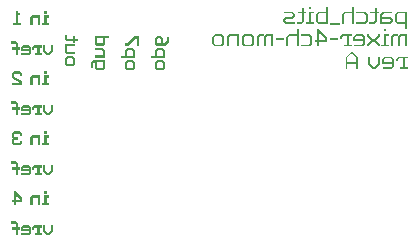
<source format=gbr>
%TF.GenerationSoftware,KiCad,Pcbnew,9.0.3-9.0.3-0~ubuntu22.04.1*%
%TF.CreationDate,2025-07-27T07:15:49-07:00*%
%TF.ProjectId,mixer-main,6d697865-722d-46d6-9169-6e2e6b696361,rev?*%
%TF.SameCoordinates,Original*%
%TF.FileFunction,Legend,Bot*%
%TF.FilePolarity,Positive*%
%FSLAX46Y46*%
G04 Gerber Fmt 4.6, Leading zero omitted, Abs format (unit mm)*
G04 Created by KiCad (PCBNEW 9.0.3-9.0.3-0~ubuntu22.04.1) date 2025-07-27 07:15:49*
%MOMM*%
%LPD*%
G01*
G04 APERTURE LIST*
%ADD10C,0.150000*%
%ADD11C,0.100000*%
G04 APERTURE END LIST*
D10*
G36*
X129076681Y-91098586D02*
G01*
X129076681Y-91598893D01*
X129416081Y-91938000D01*
X129590763Y-91938000D01*
X129930163Y-91598893D01*
X129930163Y-91098586D01*
X129738628Y-91098586D01*
X129738628Y-91519978D01*
X129508478Y-91749981D01*
X129498366Y-91749981D01*
X129268216Y-91519978D01*
X129268216Y-91098586D01*
X129076681Y-91098586D01*
G37*
G36*
X128399053Y-91938000D02*
G01*
X128975857Y-91938000D01*
X128975857Y-91749981D01*
X128807037Y-91749981D01*
X128807037Y-91286604D01*
X128975857Y-91286604D01*
X128975857Y-91098586D01*
X128320945Y-91098586D01*
X128151245Y-91268139D01*
X128151245Y-91444434D01*
X128342780Y-91444434D01*
X128342780Y-91347054D01*
X128404036Y-91286604D01*
X128615501Y-91286604D01*
X128615501Y-91749981D01*
X128399053Y-91749981D01*
X128399053Y-91938000D01*
G37*
G36*
X128050861Y-91266527D02*
G01*
X128050861Y-91768446D01*
X127881161Y-91938000D01*
X127247790Y-91938000D01*
X127247790Y-91749981D01*
X127798876Y-91749981D01*
X127859326Y-91689311D01*
X127859326Y-91605048D01*
X127197379Y-91605048D01*
X127197379Y-91345149D01*
X127388914Y-91345149D01*
X127388914Y-91422159D01*
X127859326Y-91422159D01*
X127859326Y-91345149D01*
X127795505Y-91281475D01*
X127452735Y-91281475D01*
X127388914Y-91345149D01*
X127197379Y-91345149D01*
X127197379Y-91266527D01*
X127367079Y-91098586D01*
X127881161Y-91098586D01*
X128050861Y-91266527D01*
G37*
G36*
X126769026Y-91938000D02*
G01*
X126960561Y-91938000D01*
X126960561Y-91445606D01*
X127129381Y-91445606D01*
X127129381Y-91257588D01*
X126960561Y-91257588D01*
X126960561Y-90930498D01*
X126790861Y-90760944D01*
X126362654Y-90760944D01*
X126362654Y-90948963D01*
X126708502Y-90948963D01*
X126769026Y-91009999D01*
X126769026Y-91257588D01*
X126449409Y-91257588D01*
X126449409Y-91445606D01*
X126769026Y-91445606D01*
X126769026Y-91938000D01*
G37*
G36*
X129076681Y-86018586D02*
G01*
X129076681Y-86518893D01*
X129416081Y-86858000D01*
X129590763Y-86858000D01*
X129930163Y-86518893D01*
X129930163Y-86018586D01*
X129738628Y-86018586D01*
X129738628Y-86439978D01*
X129508478Y-86669981D01*
X129498366Y-86669981D01*
X129268216Y-86439978D01*
X129268216Y-86018586D01*
X129076681Y-86018586D01*
G37*
G36*
X128399053Y-86858000D02*
G01*
X128975857Y-86858000D01*
X128975857Y-86669981D01*
X128807037Y-86669981D01*
X128807037Y-86206604D01*
X128975857Y-86206604D01*
X128975857Y-86018586D01*
X128320945Y-86018586D01*
X128151245Y-86188139D01*
X128151245Y-86364434D01*
X128342780Y-86364434D01*
X128342780Y-86267054D01*
X128404036Y-86206604D01*
X128615501Y-86206604D01*
X128615501Y-86669981D01*
X128399053Y-86669981D01*
X128399053Y-86858000D01*
G37*
G36*
X128050861Y-86186527D02*
G01*
X128050861Y-86688446D01*
X127881161Y-86858000D01*
X127247790Y-86858000D01*
X127247790Y-86669981D01*
X127798876Y-86669981D01*
X127859326Y-86609311D01*
X127859326Y-86525048D01*
X127197379Y-86525048D01*
X127197379Y-86265149D01*
X127388914Y-86265149D01*
X127388914Y-86342159D01*
X127859326Y-86342159D01*
X127859326Y-86265149D01*
X127795505Y-86201475D01*
X127452735Y-86201475D01*
X127388914Y-86265149D01*
X127197379Y-86265149D01*
X127197379Y-86186527D01*
X127367079Y-86018586D01*
X127881161Y-86018586D01*
X128050861Y-86186527D01*
G37*
G36*
X126769026Y-86858000D02*
G01*
X126960561Y-86858000D01*
X126960561Y-86365606D01*
X127129381Y-86365606D01*
X127129381Y-86177588D01*
X126960561Y-86177588D01*
X126960561Y-85850498D01*
X126790861Y-85680944D01*
X126362654Y-85680944D01*
X126362654Y-85868963D01*
X126708502Y-85868963D01*
X126769026Y-85929999D01*
X126769026Y-86177588D01*
X126449409Y-86177588D01*
X126449409Y-86365606D01*
X126769026Y-86365606D01*
X126769026Y-86858000D01*
G37*
G36*
X129076681Y-80938586D02*
G01*
X129076681Y-81438893D01*
X129416081Y-81778000D01*
X129590763Y-81778000D01*
X129930163Y-81438893D01*
X129930163Y-80938586D01*
X129738628Y-80938586D01*
X129738628Y-81359978D01*
X129508478Y-81589981D01*
X129498366Y-81589981D01*
X129268216Y-81359978D01*
X129268216Y-80938586D01*
X129076681Y-80938586D01*
G37*
G36*
X128399053Y-81778000D02*
G01*
X128975857Y-81778000D01*
X128975857Y-81589981D01*
X128807037Y-81589981D01*
X128807037Y-81126604D01*
X128975857Y-81126604D01*
X128975857Y-80938586D01*
X128320945Y-80938586D01*
X128151245Y-81108139D01*
X128151245Y-81284434D01*
X128342780Y-81284434D01*
X128342780Y-81187054D01*
X128404036Y-81126604D01*
X128615501Y-81126604D01*
X128615501Y-81589981D01*
X128399053Y-81589981D01*
X128399053Y-81778000D01*
G37*
G36*
X128050861Y-81106527D02*
G01*
X128050861Y-81608446D01*
X127881161Y-81778000D01*
X127247790Y-81778000D01*
X127247790Y-81589981D01*
X127798876Y-81589981D01*
X127859326Y-81529311D01*
X127859326Y-81445048D01*
X127197379Y-81445048D01*
X127197379Y-81185149D01*
X127388914Y-81185149D01*
X127388914Y-81262159D01*
X127859326Y-81262159D01*
X127859326Y-81185149D01*
X127795505Y-81121475D01*
X127452735Y-81121475D01*
X127388914Y-81185149D01*
X127197379Y-81185149D01*
X127197379Y-81106527D01*
X127367079Y-80938586D01*
X127881161Y-80938586D01*
X128050861Y-81106527D01*
G37*
G36*
X126769026Y-81778000D02*
G01*
X126960561Y-81778000D01*
X126960561Y-81285606D01*
X127129381Y-81285606D01*
X127129381Y-81097588D01*
X126960561Y-81097588D01*
X126960561Y-80770498D01*
X126790861Y-80600944D01*
X126362654Y-80600944D01*
X126362654Y-80788963D01*
X126708502Y-80788963D01*
X126769026Y-80849999D01*
X126769026Y-81097588D01*
X126449409Y-81097588D01*
X126449409Y-81285606D01*
X126769026Y-81285606D01*
X126769026Y-81778000D01*
G37*
G36*
X129076681Y-75858586D02*
G01*
X129076681Y-76358893D01*
X129416081Y-76698000D01*
X129590763Y-76698000D01*
X129930163Y-76358893D01*
X129930163Y-75858586D01*
X129738628Y-75858586D01*
X129738628Y-76279978D01*
X129508478Y-76509981D01*
X129498366Y-76509981D01*
X129268216Y-76279978D01*
X129268216Y-75858586D01*
X129076681Y-75858586D01*
G37*
G36*
X128399053Y-76698000D02*
G01*
X128975857Y-76698000D01*
X128975857Y-76509981D01*
X128807037Y-76509981D01*
X128807037Y-76046604D01*
X128975857Y-76046604D01*
X128975857Y-75858586D01*
X128320945Y-75858586D01*
X128151245Y-76028139D01*
X128151245Y-76204434D01*
X128342780Y-76204434D01*
X128342780Y-76107054D01*
X128404036Y-76046604D01*
X128615501Y-76046604D01*
X128615501Y-76509981D01*
X128399053Y-76509981D01*
X128399053Y-76698000D01*
G37*
G36*
X128050861Y-76026527D02*
G01*
X128050861Y-76528446D01*
X127881161Y-76698000D01*
X127247790Y-76698000D01*
X127247790Y-76509981D01*
X127798876Y-76509981D01*
X127859326Y-76449311D01*
X127859326Y-76365048D01*
X127197379Y-76365048D01*
X127197379Y-76105149D01*
X127388914Y-76105149D01*
X127388914Y-76182159D01*
X127859326Y-76182159D01*
X127859326Y-76105149D01*
X127795505Y-76041475D01*
X127452735Y-76041475D01*
X127388914Y-76105149D01*
X127197379Y-76105149D01*
X127197379Y-76026527D01*
X127367079Y-75858586D01*
X127881161Y-75858586D01*
X128050861Y-76026527D01*
G37*
G36*
X126769026Y-76698000D02*
G01*
X126960561Y-76698000D01*
X126960561Y-76205606D01*
X127129381Y-76205606D01*
X127129381Y-76017588D01*
X126960561Y-76017588D01*
X126960561Y-75690498D01*
X126790861Y-75520944D01*
X126362654Y-75520944D01*
X126362654Y-75708963D01*
X126708502Y-75708963D01*
X126769026Y-75769999D01*
X126769026Y-76017588D01*
X126449409Y-76017588D01*
X126449409Y-76205606D01*
X126769026Y-76205606D01*
X126769026Y-76698000D01*
G37*
G36*
X128992271Y-89398000D02*
G01*
X129587832Y-89398000D01*
X129587832Y-89209981D01*
X129386185Y-89209981D01*
X129386185Y-88746604D01*
X129587832Y-88746604D01*
X129587832Y-88558586D01*
X129194650Y-88558586D01*
X129194650Y-89209981D01*
X128992271Y-89209981D01*
X128992271Y-89398000D01*
G37*
G36*
X129194650Y-88408963D02*
G01*
X129386185Y-88408963D01*
X129386185Y-88220944D01*
X129194650Y-88220944D01*
X129194650Y-88408963D01*
G37*
G36*
X128007483Y-89398000D02*
G01*
X128199019Y-89398000D01*
X128199019Y-88807054D01*
X128259469Y-88746604D01*
X128669430Y-88746604D01*
X128669430Y-89398000D01*
X128860966Y-89398000D01*
X128860966Y-88558586D01*
X128177183Y-88558586D01*
X128007483Y-88728139D01*
X128007483Y-89398000D01*
G37*
G36*
X127320477Y-88750561D02*
G01*
X127320477Y-89107253D01*
X126794525Y-89107253D01*
X126794525Y-89398000D01*
X126602989Y-89398000D01*
X126602989Y-89107253D01*
X126466995Y-89107253D01*
X126466995Y-88919235D01*
X126602989Y-88919235D01*
X126794525Y-88919235D01*
X127128942Y-88919235D01*
X127128942Y-88829842D01*
X126794525Y-88492494D01*
X126794525Y-88919235D01*
X126602989Y-88919235D01*
X126602989Y-88220944D01*
X126794525Y-88220944D01*
X127320477Y-88750561D01*
G37*
G36*
X128992271Y-84318000D02*
G01*
X129587832Y-84318000D01*
X129587832Y-84129981D01*
X129386185Y-84129981D01*
X129386185Y-83666604D01*
X129587832Y-83666604D01*
X129587832Y-83478586D01*
X129194650Y-83478586D01*
X129194650Y-84129981D01*
X128992271Y-84129981D01*
X128992271Y-84318000D01*
G37*
G36*
X129194650Y-83328963D02*
G01*
X129386185Y-83328963D01*
X129386185Y-83140944D01*
X129194650Y-83140944D01*
X129194650Y-83328963D01*
G37*
G36*
X128007483Y-84318000D02*
G01*
X128199019Y-84318000D01*
X128199019Y-83727054D01*
X128259469Y-83666604D01*
X128669430Y-83666604D01*
X128669430Y-84318000D01*
X128860966Y-84318000D01*
X128860966Y-83478586D01*
X128177183Y-83478586D01*
X128007483Y-83648139D01*
X128007483Y-84318000D01*
G37*
G36*
X126636695Y-84318000D02*
G01*
X127150777Y-84318000D01*
X127320477Y-84148446D01*
X127320477Y-83964458D01*
X127128942Y-83964458D01*
X127128942Y-84069824D01*
X127068492Y-84129981D01*
X126718980Y-84129981D01*
X126658530Y-84069824D01*
X126658530Y-83885836D01*
X126718980Y-83825606D01*
X126984448Y-83825606D01*
X126984448Y-83637588D01*
X126718980Y-83637588D01*
X126658530Y-83576551D01*
X126658530Y-83389999D01*
X126718980Y-83328963D01*
X127068492Y-83328963D01*
X127128942Y-83389999D01*
X127128942Y-83496831D01*
X127320477Y-83496831D01*
X127320477Y-83310498D01*
X127150777Y-83140944D01*
X126636695Y-83140944D01*
X126466995Y-83310498D01*
X126466995Y-83646014D01*
X126552651Y-83731597D01*
X126466995Y-83817180D01*
X126466995Y-84148446D01*
X126636695Y-84318000D01*
G37*
G36*
X128992271Y-79238000D02*
G01*
X129587832Y-79238000D01*
X129587832Y-79049981D01*
X129386185Y-79049981D01*
X129386185Y-78586604D01*
X129587832Y-78586604D01*
X129587832Y-78398586D01*
X129194650Y-78398586D01*
X129194650Y-79049981D01*
X128992271Y-79049981D01*
X128992271Y-79238000D01*
G37*
G36*
X129194650Y-78248963D02*
G01*
X129386185Y-78248963D01*
X129386185Y-78060944D01*
X129194650Y-78060944D01*
X129194650Y-78248963D01*
G37*
G36*
X128007483Y-79238000D02*
G01*
X128199019Y-79238000D01*
X128199019Y-78647054D01*
X128259469Y-78586604D01*
X128669430Y-78586604D01*
X128669430Y-79238000D01*
X128860966Y-79238000D01*
X128860966Y-78398586D01*
X128177183Y-78398586D01*
X128007483Y-78568139D01*
X128007483Y-79238000D01*
G37*
G36*
X126466995Y-79238000D02*
G01*
X127320477Y-79238000D01*
X127320477Y-78895156D01*
X126658530Y-78513111D01*
X126658530Y-78309559D01*
X126718980Y-78248963D01*
X127068492Y-78248963D01*
X127128942Y-78309559D01*
X127128942Y-78415512D01*
X127320477Y-78415512D01*
X127320477Y-78230498D01*
X127150777Y-78060944D01*
X126636695Y-78060944D01*
X126466995Y-78230498D01*
X126466995Y-78615766D01*
X127128942Y-78997811D01*
X127128942Y-79049981D01*
X126466995Y-79049981D01*
X126466995Y-79238000D01*
G37*
G36*
X131786413Y-76927417D02*
G01*
X131786413Y-77441499D01*
X131616860Y-77611199D01*
X131116553Y-77611199D01*
X130947000Y-77441499D01*
X130947000Y-77009702D01*
X131135018Y-77009702D01*
X131135018Y-77359214D01*
X131195468Y-77419664D01*
X131537945Y-77419664D01*
X131598395Y-77359214D01*
X131598395Y-77009702D01*
X131537945Y-76949252D01*
X131195468Y-76949252D01*
X131135018Y-77009702D01*
X130947000Y-77009702D01*
X130947000Y-76927417D01*
X131116553Y-76757717D01*
X131616860Y-76757717D01*
X131786413Y-76927417D01*
G37*
G36*
X130947000Y-75744793D02*
G01*
X130947000Y-76428575D01*
X131116553Y-76598275D01*
X131786413Y-76598275D01*
X131786413Y-76406740D01*
X131195468Y-76406740D01*
X131135018Y-76346290D01*
X131135018Y-75936328D01*
X131786413Y-75936328D01*
X131786413Y-75744793D01*
X130947000Y-75744793D01*
G37*
G36*
X130947000Y-74962825D02*
G01*
X130947000Y-75306621D01*
X131116553Y-75476321D01*
X131598395Y-75476321D01*
X131598395Y-75645142D01*
X131786413Y-75645142D01*
X131786413Y-75476321D01*
X132046678Y-75476321D01*
X132046678Y-75284786D01*
X131786413Y-75284786D01*
X131786413Y-75049580D01*
X131598395Y-75049580D01*
X131598395Y-75284786D01*
X131195468Y-75284786D01*
X131135018Y-75224336D01*
X131135018Y-74962825D01*
X130947000Y-74962825D01*
G37*
G36*
X134326413Y-77765145D02*
G01*
X134156860Y-77934772D01*
X133656553Y-77934772D01*
X133487000Y-77765145D01*
X133487000Y-77682787D01*
X133675018Y-77682787D01*
X133735468Y-77743237D01*
X134077945Y-77743237D01*
X134138395Y-77682787D01*
X134138395Y-77272825D01*
X133675018Y-77272825D01*
X133675018Y-77682787D01*
X133487000Y-77682787D01*
X133487000Y-77272825D01*
X133398559Y-77272825D01*
X133337376Y-77333275D01*
X133337376Y-77765145D01*
X133149358Y-77765145D01*
X133149358Y-77250990D01*
X133318912Y-77081290D01*
X134326413Y-77081290D01*
X134326413Y-77765145D01*
G37*
G36*
X133487000Y-76044919D02*
G01*
X133487000Y-76236454D01*
X134077945Y-76236454D01*
X134138395Y-76296904D01*
X134138395Y-76706866D01*
X133487000Y-76706866D01*
X133487000Y-76898401D01*
X134326413Y-76898401D01*
X134326413Y-76214619D01*
X134156860Y-76044919D01*
X133487000Y-76044919D01*
G37*
G36*
X134664055Y-75222358D02*
G01*
X134326413Y-75222358D01*
X134326413Y-75714605D01*
X134156860Y-75884305D01*
X133656553Y-75884305D01*
X133487000Y-75714605D01*
X133487000Y-75632319D01*
X133675018Y-75632319D01*
X133735468Y-75692769D01*
X134077945Y-75692769D01*
X134138395Y-75632319D01*
X134138395Y-75222358D01*
X133675018Y-75222358D01*
X133675018Y-75632319D01*
X133487000Y-75632319D01*
X133487000Y-75030822D01*
X134664055Y-75030822D01*
X134664055Y-75222358D01*
G37*
D11*
G36*
X159328304Y-77850000D02*
G01*
X159978967Y-77850000D01*
X159978967Y-77686326D01*
X159767941Y-77686326D01*
X159767941Y-76964405D01*
X159978967Y-76964405D01*
X159978967Y-76800732D01*
X159176995Y-76800732D01*
X158964870Y-77012674D01*
X158964870Y-77199428D01*
X159132848Y-77199428D01*
X159132848Y-77081917D01*
X159250543Y-76964405D01*
X159599963Y-76964405D01*
X159599963Y-77686326D01*
X159328304Y-77686326D01*
X159328304Y-77850000D01*
G37*
G36*
X158838841Y-77012216D02*
G01*
X158838841Y-77637600D01*
X158626808Y-77850000D01*
X157852588Y-77850000D01*
X157852588Y-77686326D01*
X158553352Y-77686326D01*
X158670863Y-77567624D01*
X158670863Y-77404501D01*
X157789574Y-77404501D01*
X157789574Y-77080818D01*
X157957552Y-77080818D01*
X157957552Y-77240827D01*
X158670863Y-77240827D01*
X158670863Y-77080818D01*
X158553352Y-76964405D01*
X158075063Y-76964405D01*
X157957552Y-77080818D01*
X157789574Y-77080818D01*
X157789574Y-77012216D01*
X158001607Y-76800732D01*
X158626808Y-76800732D01*
X158838841Y-77012216D01*
G37*
G36*
X156583503Y-76800732D02*
G01*
X156583503Y-77426116D01*
X157007478Y-77850000D01*
X157208795Y-77850000D01*
X157632770Y-77426116D01*
X157632770Y-76800732D01*
X157464792Y-76800732D01*
X157464792Y-77356873D01*
X157135430Y-77686326D01*
X157080842Y-77686326D01*
X156751481Y-77356873D01*
X156751481Y-76800732D01*
X156583503Y-76800732D01*
G37*
G36*
X155745261Y-76803846D02*
G01*
X155745261Y-77850000D01*
X155577283Y-77850000D01*
X155577283Y-77404043D01*
X154863972Y-77404043D01*
X154863972Y-77850000D01*
X154695994Y-77850000D01*
X154695994Y-76873456D01*
X154863972Y-76873456D01*
X154863972Y-77240369D01*
X155577283Y-77240369D01*
X155577283Y-76873456D01*
X155247922Y-76542354D01*
X155193333Y-76542354D01*
X154863972Y-76873456D01*
X154695994Y-76873456D01*
X154695994Y-76803846D01*
X155119969Y-76378681D01*
X155321286Y-76378681D01*
X155745261Y-76803846D01*
G37*
G36*
X159119293Y-75945000D02*
G01*
X159287271Y-75945000D01*
X159287271Y-75176917D01*
X159405057Y-75059405D01*
X159728923Y-75059405D01*
X159728923Y-75945000D01*
X159896901Y-75945000D01*
X159896901Y-74895732D01*
X159331418Y-74895732D01*
X159119293Y-75107674D01*
X159119293Y-75945000D01*
G37*
G36*
X158509663Y-75945000D02*
G01*
X158677641Y-75945000D01*
X158677641Y-75176917D01*
X158795427Y-75059405D01*
X159119293Y-75059405D01*
X159119293Y-74895732D01*
X158721788Y-74895732D01*
X158509663Y-75107674D01*
X158509663Y-75945000D01*
G37*
G36*
X157688457Y-75945000D02*
G01*
X158362568Y-75945000D01*
X158362568Y-75781326D01*
X158110509Y-75781326D01*
X158110509Y-75059405D01*
X158362568Y-75059405D01*
X158362568Y-74895732D01*
X157942531Y-74895732D01*
X157942531Y-75781326D01*
X157688457Y-75781326D01*
X157688457Y-75945000D01*
G37*
G36*
X157942531Y-74643674D02*
G01*
X158110509Y-74643674D01*
X158110509Y-74473681D01*
X157942531Y-74473681D01*
X157942531Y-74643674D01*
G37*
G36*
X156535143Y-75745881D02*
G01*
X156535143Y-75945000D01*
X156703121Y-75945000D01*
X156703121Y-75815765D01*
X156998960Y-75517086D01*
X157120593Y-75517086D01*
X157416432Y-75815765D01*
X157416432Y-75945000D01*
X157584410Y-75945000D01*
X157584410Y-75745881D01*
X157256972Y-75417435D01*
X157584410Y-75092103D01*
X157584410Y-74895732D01*
X157416432Y-74895732D01*
X157416432Y-75023227D01*
X157120593Y-75317784D01*
X156998960Y-75317784D01*
X156703121Y-75019014D01*
X156703121Y-74895732D01*
X156535143Y-74895732D01*
X156535143Y-75092103D01*
X156862581Y-75417435D01*
X156535143Y-75745881D01*
G37*
G36*
X156379804Y-75107216D02*
G01*
X156379804Y-75732600D01*
X156167771Y-75945000D01*
X155393551Y-75945000D01*
X155393551Y-75781326D01*
X156094315Y-75781326D01*
X156211826Y-75662624D01*
X156211826Y-75499501D01*
X155330537Y-75499501D01*
X155330537Y-75175818D01*
X155498515Y-75175818D01*
X155498515Y-75335827D01*
X156211826Y-75335827D01*
X156211826Y-75175818D01*
X156094315Y-75059405D01*
X155616026Y-75059405D01*
X155498515Y-75175818D01*
X155330537Y-75175818D01*
X155330537Y-75107216D01*
X155542570Y-74895732D01*
X156167771Y-74895732D01*
X156379804Y-75107216D01*
G37*
G36*
X154564103Y-75945000D02*
G01*
X155214766Y-75945000D01*
X155214766Y-75781326D01*
X155003740Y-75781326D01*
X155003740Y-75059405D01*
X155214766Y-75059405D01*
X155214766Y-74895732D01*
X154412794Y-74895732D01*
X154200669Y-75107674D01*
X154200669Y-75294428D01*
X154368647Y-75294428D01*
X154368647Y-75176917D01*
X154486342Y-75059405D01*
X154835762Y-75059405D01*
X154835762Y-75781326D01*
X154564103Y-75781326D01*
X154564103Y-75945000D01*
G37*
G36*
X153406392Y-75399849D02*
G01*
X154033607Y-75399849D01*
X154033607Y-75236176D01*
X153406392Y-75236176D01*
X153406392Y-75399849D01*
G37*
G36*
X153142609Y-75190472D02*
G01*
X153142609Y-75545937D01*
X152427466Y-75545937D01*
X152427466Y-75945000D01*
X152259488Y-75945000D01*
X152259488Y-75545937D01*
X152093342Y-75545937D01*
X152093342Y-75382264D01*
X152259488Y-75382264D01*
X152427466Y-75382264D01*
X152974631Y-75382264D01*
X152974631Y-75259990D01*
X152427466Y-74711909D01*
X152427466Y-75382264D01*
X152259488Y-75382264D01*
X152259488Y-74473681D01*
X152427466Y-74473681D01*
X153142609Y-75190472D01*
G37*
G36*
X150926838Y-75945000D02*
G01*
X151658559Y-75945000D01*
X151870593Y-75733058D01*
X151870593Y-75107674D01*
X151658559Y-74895732D01*
X150926838Y-74895732D01*
X150926838Y-75059405D01*
X151585195Y-75059405D01*
X151702615Y-75176917D01*
X151702615Y-75663815D01*
X151585195Y-75781326D01*
X150926838Y-75781326D01*
X150926838Y-75945000D01*
G37*
G36*
X149689993Y-75945000D02*
G01*
X149857971Y-75945000D01*
X149857971Y-75176917D01*
X149975482Y-75059405D01*
X150571282Y-75059405D01*
X150571282Y-75945000D01*
X150739260Y-75945000D01*
X150739260Y-74473681D01*
X150571282Y-74473681D01*
X150571282Y-74895732D01*
X149902026Y-74895732D01*
X149689993Y-75107674D01*
X149689993Y-75945000D01*
G37*
G36*
X148819511Y-75399849D02*
G01*
X149446727Y-75399849D01*
X149446727Y-75236176D01*
X148819511Y-75236176D01*
X148819511Y-75399849D01*
G37*
G36*
X147778121Y-75945000D02*
G01*
X147946099Y-75945000D01*
X147946099Y-75176917D01*
X148063885Y-75059405D01*
X148387751Y-75059405D01*
X148387751Y-75945000D01*
X148555729Y-75945000D01*
X148555729Y-74895732D01*
X147990245Y-74895732D01*
X147778121Y-75107674D01*
X147778121Y-75945000D01*
G37*
G36*
X147168490Y-75945000D02*
G01*
X147336468Y-75945000D01*
X147336468Y-75176917D01*
X147454255Y-75059405D01*
X147778121Y-75059405D01*
X147778121Y-74895732D01*
X147380615Y-74895732D01*
X147168490Y-75107674D01*
X147168490Y-75945000D01*
G37*
G36*
X146968639Y-75107674D02*
G01*
X146968639Y-75733058D01*
X146756605Y-75945000D01*
X146131405Y-75945000D01*
X145919371Y-75733058D01*
X145919371Y-75176917D01*
X146087349Y-75176917D01*
X146087349Y-75663815D01*
X146204861Y-75781326D01*
X146683149Y-75781326D01*
X146800661Y-75663815D01*
X146800661Y-75176917D01*
X146683149Y-75059405D01*
X146204861Y-75059405D01*
X146087349Y-75176917D01*
X145919371Y-75176917D01*
X145919371Y-75107674D01*
X146131405Y-74895732D01*
X146756605Y-74895732D01*
X146968639Y-75107674D01*
G37*
G36*
X144651751Y-75945000D02*
G01*
X144819729Y-75945000D01*
X144819729Y-75176917D01*
X144937240Y-75059405D01*
X145533040Y-75059405D01*
X145533040Y-75945000D01*
X145701018Y-75945000D01*
X145701018Y-74895732D01*
X144863784Y-74895732D01*
X144651751Y-75107674D01*
X144651751Y-75945000D01*
G37*
G36*
X144449518Y-75107674D02*
G01*
X144449518Y-75733058D01*
X144237485Y-75945000D01*
X143612284Y-75945000D01*
X143400251Y-75733058D01*
X143400251Y-75176917D01*
X143568229Y-75176917D01*
X143568229Y-75663815D01*
X143685740Y-75781326D01*
X144164029Y-75781326D01*
X144281540Y-75663815D01*
X144281540Y-75176917D01*
X144164029Y-75059405D01*
X143685740Y-75059405D01*
X143568229Y-75176917D01*
X143400251Y-75176917D01*
X143400251Y-75107674D01*
X143612284Y-74895732D01*
X144237485Y-74895732D01*
X144449518Y-75107674D01*
G37*
G36*
X159896901Y-74462051D02*
G01*
X159728923Y-74462051D01*
X159728923Y-74040000D01*
X159059667Y-74040000D01*
X158847634Y-73828058D01*
X158847634Y-73271917D01*
X159015612Y-73271917D01*
X159015612Y-73758815D01*
X159133123Y-73876326D01*
X159728923Y-73876326D01*
X159728923Y-73154405D01*
X159133123Y-73154405D01*
X159015612Y-73271917D01*
X158847634Y-73271917D01*
X158847634Y-73202674D01*
X159059667Y-72990732D01*
X159896901Y-72990732D01*
X159896901Y-74462051D01*
G37*
G36*
X158623419Y-73154405D02*
G01*
X157922656Y-73154405D01*
X157805144Y-73272558D01*
X157805144Y-73424508D01*
X158474400Y-73424508D01*
X158686434Y-73636174D01*
X158686434Y-73828333D01*
X158474400Y-74040000D01*
X157637166Y-74040000D01*
X157637166Y-73876326D01*
X157805144Y-73876326D01*
X158400944Y-73876326D01*
X158518456Y-73759364D01*
X158518456Y-73705143D01*
X158400944Y-73588181D01*
X157805144Y-73588181D01*
X157805144Y-73876326D01*
X157637166Y-73876326D01*
X157637166Y-73202949D01*
X157849200Y-72990732D01*
X158623419Y-72990732D01*
X158623419Y-73154405D01*
G37*
G36*
X156697808Y-74040000D02*
G01*
X157110151Y-74040000D01*
X157322093Y-73828058D01*
X157322093Y-73154405D01*
X157533119Y-73154405D01*
X157533119Y-72990732D01*
X157322093Y-72990732D01*
X157322093Y-72665401D01*
X157154115Y-72665401D01*
X157154115Y-72990732D01*
X156806252Y-72990732D01*
X156806252Y-73154405D01*
X157154115Y-73154405D01*
X157154115Y-73758815D01*
X157036787Y-73876326D01*
X156697808Y-73876326D01*
X156697808Y-74040000D01*
G37*
G36*
X155617766Y-74040000D02*
G01*
X156349487Y-74040000D01*
X156561521Y-73828058D01*
X156561521Y-73202674D01*
X156349487Y-72990732D01*
X155617766Y-72990732D01*
X155617766Y-73154405D01*
X156276123Y-73154405D01*
X156393543Y-73271917D01*
X156393543Y-73758815D01*
X156276123Y-73876326D01*
X155617766Y-73876326D01*
X155617766Y-74040000D01*
G37*
G36*
X154380921Y-74040000D02*
G01*
X154548899Y-74040000D01*
X154548899Y-73271917D01*
X154666410Y-73154405D01*
X155262210Y-73154405D01*
X155262210Y-74040000D01*
X155430188Y-74040000D01*
X155430188Y-72568681D01*
X155262210Y-72568681D01*
X155262210Y-72990732D01*
X154592954Y-72990732D01*
X154380921Y-73202674D01*
X154380921Y-74040000D01*
G37*
G36*
X153369755Y-74122065D02*
G01*
X154272477Y-74122065D01*
X154272477Y-73958392D01*
X153369755Y-73958392D01*
X153369755Y-74122065D01*
G37*
G36*
X153246657Y-74040000D02*
G01*
X152409423Y-74040000D01*
X152197390Y-73828058D01*
X152197390Y-73271917D01*
X152365368Y-73271917D01*
X152365368Y-73758815D01*
X152482879Y-73876326D01*
X153078679Y-73876326D01*
X153078679Y-73154405D01*
X152482879Y-73154405D01*
X152365368Y-73271917D01*
X152197390Y-73271917D01*
X152197390Y-73202674D01*
X152409423Y-72990732D01*
X153078679Y-72990732D01*
X153078679Y-72568681D01*
X153246657Y-72568681D01*
X153246657Y-74040000D01*
G37*
G36*
X151385526Y-74040000D02*
G01*
X152059637Y-74040000D01*
X152059637Y-73876326D01*
X151807578Y-73876326D01*
X151807578Y-73154405D01*
X152059637Y-73154405D01*
X152059637Y-72990732D01*
X151639600Y-72990732D01*
X151639600Y-73876326D01*
X151385526Y-73876326D01*
X151385526Y-74040000D01*
G37*
G36*
X151639600Y-72738674D02*
G01*
X151807578Y-72738674D01*
X151807578Y-72568681D01*
X151639600Y-72568681D01*
X151639600Y-72738674D01*
G37*
G36*
X150551681Y-74040000D02*
G01*
X150964024Y-74040000D01*
X151175966Y-73828058D01*
X151175966Y-73154405D01*
X151386992Y-73154405D01*
X151386992Y-72990732D01*
X151175966Y-72990732D01*
X151175966Y-72665401D01*
X151007988Y-72665401D01*
X151007988Y-72990732D01*
X150660125Y-72990732D01*
X150660125Y-73154405D01*
X151007988Y-73154405D01*
X151007988Y-73758815D01*
X150890660Y-73876326D01*
X150551681Y-73876326D01*
X150551681Y-74040000D01*
G37*
G36*
X149638793Y-74040000D02*
G01*
X150423729Y-74040000D01*
X150423729Y-73876326D01*
X149712249Y-73876326D01*
X149594738Y-73757624D01*
X149594738Y-73713203D01*
X149712249Y-73594501D01*
X150232670Y-73594501D01*
X150444703Y-73383017D01*
X150444703Y-73202216D01*
X150232670Y-72990732D01*
X149468800Y-72990732D01*
X149468800Y-73154405D01*
X150159214Y-73154405D01*
X150276725Y-73270818D01*
X150276725Y-73314415D01*
X150159214Y-73430827D01*
X149638793Y-73430827D01*
X149426760Y-73643227D01*
X149426760Y-73827600D01*
X149638793Y-74040000D01*
G37*
D10*
G36*
X136866413Y-77258024D02*
G01*
X136866413Y-77772106D01*
X136696860Y-77941806D01*
X136196553Y-77941806D01*
X136027000Y-77772106D01*
X136027000Y-77340309D01*
X136215018Y-77340309D01*
X136215018Y-77689821D01*
X136275468Y-77750271D01*
X136617945Y-77750271D01*
X136678395Y-77689821D01*
X136678395Y-77340309D01*
X136617945Y-77279859D01*
X136275468Y-77279859D01*
X136215018Y-77340309D01*
X136027000Y-77340309D01*
X136027000Y-77258024D01*
X136196553Y-77088324D01*
X136696860Y-77088324D01*
X136866413Y-77258024D01*
G37*
G36*
X136866413Y-76231031D02*
G01*
X136866413Y-76914814D01*
X135689358Y-76914814D01*
X135689358Y-76723279D01*
X136027000Y-76723279D01*
X136027000Y-76313317D01*
X136215018Y-76313317D01*
X136215018Y-76723279D01*
X136678395Y-76723279D01*
X136678395Y-76313317D01*
X136617945Y-76252867D01*
X136275468Y-76252867D01*
X136215018Y-76313317D01*
X136027000Y-76313317D01*
X136027000Y-76231031D01*
X136196553Y-76061332D01*
X136696860Y-76061332D01*
X136866413Y-76231031D01*
G37*
G36*
X136027000Y-75693941D02*
G01*
X136027000Y-75885477D01*
X136277593Y-75885477D01*
X136935290Y-75228952D01*
X137016036Y-75228952D01*
X137016036Y-75885477D01*
X137204055Y-75885477D01*
X137204055Y-75031995D01*
X136862969Y-75031995D01*
X136200217Y-75693941D01*
X136027000Y-75693941D01*
G37*
G36*
X139406413Y-77258024D02*
G01*
X139406413Y-77772106D01*
X139236860Y-77941806D01*
X138736553Y-77941806D01*
X138567000Y-77772106D01*
X138567000Y-77340309D01*
X138755018Y-77340309D01*
X138755018Y-77689821D01*
X138815468Y-77750271D01*
X139157945Y-77750271D01*
X139218395Y-77689821D01*
X139218395Y-77340309D01*
X139157945Y-77279859D01*
X138815468Y-77279859D01*
X138755018Y-77340309D01*
X138567000Y-77340309D01*
X138567000Y-77258024D01*
X138736553Y-77088324D01*
X139236860Y-77088324D01*
X139406413Y-77258024D01*
G37*
G36*
X139406413Y-76231031D02*
G01*
X139406413Y-76914814D01*
X138229358Y-76914814D01*
X138229358Y-76723279D01*
X138567000Y-76723279D01*
X138567000Y-76313317D01*
X138755018Y-76313317D01*
X138755018Y-76723279D01*
X139218395Y-76723279D01*
X139218395Y-76313317D01*
X139157945Y-76252867D01*
X138815468Y-76252867D01*
X138755018Y-76313317D01*
X138567000Y-76313317D01*
X138567000Y-76231031D01*
X138736553Y-76061332D01*
X139236860Y-76061332D01*
X139406413Y-76231031D01*
G37*
G36*
X139265729Y-75201694D02*
G01*
X139265729Y-75693941D01*
X139337903Y-75693941D01*
X139556036Y-75475515D01*
X139556036Y-75109297D01*
X139744055Y-75109297D01*
X139744055Y-75557874D01*
X139416745Y-75885477D01*
X138736553Y-75885477D01*
X138567000Y-75715777D01*
X138567000Y-75283980D01*
X138755018Y-75283980D01*
X138755018Y-75633491D01*
X138815834Y-75693941D01*
X139077711Y-75693941D01*
X139077711Y-75283980D01*
X139016895Y-75223530D01*
X138815834Y-75223530D01*
X138755018Y-75283980D01*
X138567000Y-75283980D01*
X138567000Y-75201694D01*
X138736553Y-75031995D01*
X139096176Y-75031995D01*
X139265729Y-75201694D01*
G37*
G36*
X128992271Y-74158000D02*
G01*
X129587832Y-74158000D01*
X129587832Y-73969981D01*
X129386185Y-73969981D01*
X129386185Y-73506604D01*
X129587832Y-73506604D01*
X129587832Y-73318586D01*
X129194650Y-73318586D01*
X129194650Y-73969981D01*
X128992271Y-73969981D01*
X128992271Y-74158000D01*
G37*
G36*
X129194650Y-73168963D02*
G01*
X129386185Y-73168963D01*
X129386185Y-72980944D01*
X129194650Y-72980944D01*
X129194650Y-73168963D01*
G37*
G36*
X128007483Y-74158000D02*
G01*
X128199019Y-74158000D01*
X128199019Y-73567054D01*
X128259469Y-73506604D01*
X128669430Y-73506604D01*
X128669430Y-74158000D01*
X128860966Y-74158000D01*
X128860966Y-73318586D01*
X128177183Y-73318586D01*
X128007483Y-73488139D01*
X128007483Y-74158000D01*
G37*
G36*
X126551405Y-74158000D02*
G01*
X127231377Y-74158000D01*
X127231377Y-73969981D01*
X126987525Y-73969981D01*
X126987525Y-73290449D01*
X127172539Y-73290449D01*
X127172539Y-73102431D01*
X126987525Y-73102431D01*
X126987525Y-72980944D01*
X126795990Y-72980944D01*
X126795990Y-73969981D01*
X126551405Y-73969981D01*
X126551405Y-74158000D01*
G37*
%LPC*%
G36*
X141696513Y-90406998D02*
G01*
X141706742Y-90406998D01*
X141746714Y-90414949D01*
X141847268Y-90430875D01*
X141879613Y-90441384D01*
X141906315Y-90446696D01*
X141943992Y-90462302D01*
X142002147Y-90481198D01*
X142056626Y-90508957D01*
X142094310Y-90524566D01*
X142116950Y-90539694D01*
X142147253Y-90555134D01*
X142229629Y-90614983D01*
X142263500Y-90637615D01*
X142270728Y-90644843D01*
X142278996Y-90650850D01*
X142394149Y-90766003D01*
X142400155Y-90774270D01*
X142407385Y-90781500D01*
X142430019Y-90815374D01*
X142489865Y-90897746D01*
X142505303Y-90928046D01*
X142520434Y-90950690D01*
X142536045Y-90988378D01*
X142563801Y-91042852D01*
X142582694Y-91100999D01*
X142598304Y-91138685D01*
X142603616Y-91165391D01*
X142614124Y-91197731D01*
X142630049Y-91298277D01*
X142638002Y-91338258D01*
X142638002Y-91348487D01*
X142639600Y-91358577D01*
X142639600Y-91521422D01*
X142638002Y-91531511D01*
X142638002Y-91541742D01*
X142630048Y-91581725D01*
X142614124Y-91682268D01*
X142603616Y-91714605D01*
X142598304Y-91741315D01*
X142582692Y-91779004D01*
X142563801Y-91837147D01*
X142536047Y-91891616D01*
X142520434Y-91929310D01*
X142505301Y-91951957D01*
X142489865Y-91982253D01*
X142430027Y-92064612D01*
X142407385Y-92098500D01*
X142400153Y-92105731D01*
X142394149Y-92113996D01*
X142278996Y-92229149D01*
X142270731Y-92235153D01*
X142263500Y-92242385D01*
X142229612Y-92265027D01*
X142147253Y-92324865D01*
X142116957Y-92340301D01*
X142094310Y-92355434D01*
X142056616Y-92371047D01*
X142002147Y-92398801D01*
X141944004Y-92417692D01*
X141906315Y-92433304D01*
X141879605Y-92438616D01*
X141847268Y-92449124D01*
X141746723Y-92465049D01*
X141706742Y-92473002D01*
X141696512Y-92473002D01*
X141686423Y-92474600D01*
X141523577Y-92474600D01*
X141513488Y-92473002D01*
X141503258Y-92473002D01*
X141463277Y-92465049D01*
X141362731Y-92449124D01*
X141330391Y-92438616D01*
X141303685Y-92433304D01*
X141265999Y-92417694D01*
X141207852Y-92398801D01*
X141153378Y-92371045D01*
X141115690Y-92355434D01*
X141093046Y-92340303D01*
X141062746Y-92324865D01*
X140980374Y-92265019D01*
X140946500Y-92242385D01*
X140939270Y-92235155D01*
X140931003Y-92229149D01*
X140815850Y-92113996D01*
X140809843Y-92105728D01*
X140802615Y-92098500D01*
X140779983Y-92064629D01*
X140720134Y-91982253D01*
X140704694Y-91951950D01*
X140689566Y-91929310D01*
X140673957Y-91891626D01*
X140646198Y-91837147D01*
X140627302Y-91778992D01*
X140611696Y-91741315D01*
X140606384Y-91714613D01*
X140595875Y-91682268D01*
X140579949Y-91581716D01*
X140571998Y-91541742D01*
X140571998Y-91531511D01*
X140570400Y-91521422D01*
X140570400Y-91358577D01*
X140571998Y-91348487D01*
X140571998Y-91338258D01*
X140579948Y-91298287D01*
X140595875Y-91197731D01*
X140606385Y-91165383D01*
X140611696Y-91138685D01*
X140627301Y-91101010D01*
X140646198Y-91042852D01*
X140673959Y-90988368D01*
X140689566Y-90950690D01*
X140704691Y-90928052D01*
X140720134Y-90897746D01*
X140779991Y-90815357D01*
X140802615Y-90781500D01*
X140809840Y-90774274D01*
X140815850Y-90766003D01*
X140931003Y-90650850D01*
X140939274Y-90644840D01*
X140946500Y-90637615D01*
X140980357Y-90614991D01*
X141062746Y-90555134D01*
X141093052Y-90539691D01*
X141115690Y-90524566D01*
X141153368Y-90508959D01*
X141207852Y-90481198D01*
X141266010Y-90462301D01*
X141303685Y-90446696D01*
X141330383Y-90441385D01*
X141362731Y-90430875D01*
X141463287Y-90414948D01*
X141503258Y-90406998D01*
X141513487Y-90406998D01*
X141523577Y-90405400D01*
X141686423Y-90405400D01*
X141696513Y-90406998D01*
G37*
G36*
X125225773Y-90590237D02*
G01*
X125386600Y-90656854D01*
X125531341Y-90753567D01*
X125654433Y-90876659D01*
X125751146Y-91021400D01*
X125817763Y-91182227D01*
X125851724Y-91352961D01*
X125851724Y-91527039D01*
X125817763Y-91697773D01*
X125751146Y-91858600D01*
X125654433Y-92003341D01*
X125531341Y-92126433D01*
X125386600Y-92223146D01*
X125225773Y-92289763D01*
X125055039Y-92323724D01*
X124880961Y-92323724D01*
X124710227Y-92289763D01*
X124549400Y-92223146D01*
X124404659Y-92126433D01*
X124281567Y-92003341D01*
X124184854Y-91858600D01*
X124118237Y-91697773D01*
X124084276Y-91527039D01*
X124084276Y-91352961D01*
X124118237Y-91182227D01*
X124184854Y-91021400D01*
X124281567Y-90876659D01*
X124404659Y-90753567D01*
X124549400Y-90656854D01*
X124710227Y-90590237D01*
X124880961Y-90556276D01*
X125055039Y-90556276D01*
X125225773Y-90590237D01*
G37*
G36*
X153888513Y-88120998D02*
G01*
X153898742Y-88120998D01*
X153938714Y-88128949D01*
X154039268Y-88144875D01*
X154071613Y-88155384D01*
X154098315Y-88160696D01*
X154135992Y-88176302D01*
X154194147Y-88195198D01*
X154248626Y-88222957D01*
X154286310Y-88238566D01*
X154308950Y-88253694D01*
X154339253Y-88269134D01*
X154421629Y-88328983D01*
X154455500Y-88351615D01*
X154462728Y-88358843D01*
X154470996Y-88364850D01*
X154586149Y-88480003D01*
X154592155Y-88488270D01*
X154599385Y-88495500D01*
X154622019Y-88529374D01*
X154681865Y-88611746D01*
X154697303Y-88642046D01*
X154712434Y-88664690D01*
X154728045Y-88702378D01*
X154755801Y-88756852D01*
X154774694Y-88814999D01*
X154790304Y-88852685D01*
X154795616Y-88879391D01*
X154806124Y-88911731D01*
X154822049Y-89012277D01*
X154830002Y-89052258D01*
X154830002Y-89062487D01*
X154831600Y-89072577D01*
X154831600Y-89235422D01*
X154830002Y-89245511D01*
X154830002Y-89255742D01*
X154822048Y-89295725D01*
X154806124Y-89396268D01*
X154795616Y-89428605D01*
X154790304Y-89455315D01*
X154774692Y-89493004D01*
X154755801Y-89551147D01*
X154728047Y-89605616D01*
X154712434Y-89643310D01*
X154697301Y-89665957D01*
X154681865Y-89696253D01*
X154622027Y-89778612D01*
X154599385Y-89812500D01*
X154592153Y-89819731D01*
X154586149Y-89827996D01*
X154470996Y-89943149D01*
X154462731Y-89949153D01*
X154455500Y-89956385D01*
X154421612Y-89979027D01*
X154339253Y-90038865D01*
X154308957Y-90054301D01*
X154286310Y-90069434D01*
X154248616Y-90085047D01*
X154194147Y-90112801D01*
X154136004Y-90131692D01*
X154098315Y-90147304D01*
X154071605Y-90152616D01*
X154039268Y-90163124D01*
X153938723Y-90179049D01*
X153898742Y-90187002D01*
X153888512Y-90187002D01*
X153878423Y-90188600D01*
X153715577Y-90188600D01*
X153705488Y-90187002D01*
X153695258Y-90187002D01*
X153655277Y-90179049D01*
X153554731Y-90163124D01*
X153522391Y-90152616D01*
X153495685Y-90147304D01*
X153457999Y-90131694D01*
X153399852Y-90112801D01*
X153345378Y-90085045D01*
X153307690Y-90069434D01*
X153285046Y-90054303D01*
X153254746Y-90038865D01*
X153172374Y-89979019D01*
X153138500Y-89956385D01*
X153131270Y-89949155D01*
X153123003Y-89943149D01*
X153007850Y-89827996D01*
X153001843Y-89819728D01*
X152994615Y-89812500D01*
X152971983Y-89778629D01*
X152912134Y-89696253D01*
X152896694Y-89665950D01*
X152881566Y-89643310D01*
X152865957Y-89605626D01*
X152838198Y-89551147D01*
X152819302Y-89492992D01*
X152803696Y-89455315D01*
X152798384Y-89428613D01*
X152787875Y-89396268D01*
X152771949Y-89295716D01*
X152763998Y-89255742D01*
X152763998Y-89245511D01*
X152762400Y-89235422D01*
X152762400Y-89072577D01*
X152763998Y-89062487D01*
X152763998Y-89052258D01*
X152771948Y-89012287D01*
X152787875Y-88911731D01*
X152798385Y-88879383D01*
X152803696Y-88852685D01*
X152819301Y-88815010D01*
X152838198Y-88756852D01*
X152865959Y-88702368D01*
X152881566Y-88664690D01*
X152896691Y-88642052D01*
X152912134Y-88611746D01*
X152971991Y-88529357D01*
X152994615Y-88495500D01*
X153001840Y-88488274D01*
X153007850Y-88480003D01*
X153123003Y-88364850D01*
X153131274Y-88358840D01*
X153138500Y-88351615D01*
X153172357Y-88328991D01*
X153254746Y-88269134D01*
X153285052Y-88253691D01*
X153307690Y-88238566D01*
X153345368Y-88222959D01*
X153399852Y-88195198D01*
X153458010Y-88176301D01*
X153495685Y-88160696D01*
X153522383Y-88155385D01*
X153554731Y-88144875D01*
X153655287Y-88128948D01*
X153695258Y-88120998D01*
X153705487Y-88120998D01*
X153715577Y-88119400D01*
X153878423Y-88119400D01*
X153888513Y-88120998D01*
G37*
G36*
X125225773Y-88050237D02*
G01*
X125386600Y-88116854D01*
X125531341Y-88213567D01*
X125654433Y-88336659D01*
X125751146Y-88481400D01*
X125817763Y-88642227D01*
X125851724Y-88812961D01*
X125851724Y-88987039D01*
X125817763Y-89157773D01*
X125751146Y-89318600D01*
X125654433Y-89463341D01*
X125531341Y-89586433D01*
X125386600Y-89683146D01*
X125225773Y-89749763D01*
X125055039Y-89783724D01*
X124880961Y-89783724D01*
X124710227Y-89749763D01*
X124549400Y-89683146D01*
X124404659Y-89586433D01*
X124281567Y-89463341D01*
X124184854Y-89318600D01*
X124118237Y-89157773D01*
X124084276Y-88987039D01*
X124084276Y-88812961D01*
X124118237Y-88642227D01*
X124184854Y-88481400D01*
X124281567Y-88336659D01*
X124404659Y-88213567D01*
X124549400Y-88116854D01*
X124710227Y-88050237D01*
X124880961Y-88016276D01*
X125055039Y-88016276D01*
X125225773Y-88050237D01*
G37*
G36*
X157440223Y-88319603D02*
G01*
X157575884Y-88355953D01*
X157697514Y-88426176D01*
X157796824Y-88525486D01*
X157867047Y-88647116D01*
X157903397Y-88782777D01*
X157903397Y-88923223D01*
X157867047Y-89058884D01*
X157796824Y-89180514D01*
X157697514Y-89279824D01*
X157575884Y-89350047D01*
X157440223Y-89386397D01*
X157370000Y-89391000D01*
X157367870Y-89391000D01*
X156672130Y-89391000D01*
X156670000Y-89391000D01*
X156599777Y-89386397D01*
X156464116Y-89350047D01*
X156342486Y-89279824D01*
X156243176Y-89180514D01*
X156172953Y-89058884D01*
X156136603Y-88923223D01*
X156136603Y-88782777D01*
X156172953Y-88647116D01*
X156243176Y-88525486D01*
X156342486Y-88426176D01*
X156464116Y-88355953D01*
X156599777Y-88319603D01*
X156670000Y-88315000D01*
X157370000Y-88315000D01*
X157440223Y-88319603D01*
G37*
G36*
X161240223Y-88319603D02*
G01*
X161375884Y-88355953D01*
X161497514Y-88426176D01*
X161596824Y-88525486D01*
X161667047Y-88647116D01*
X161703397Y-88782777D01*
X161703397Y-88923223D01*
X161667047Y-89058884D01*
X161596824Y-89180514D01*
X161497514Y-89279824D01*
X161375884Y-89350047D01*
X161240223Y-89386397D01*
X161170000Y-89391000D01*
X161167870Y-89391000D01*
X160472130Y-89391000D01*
X160470000Y-89391000D01*
X160399777Y-89386397D01*
X160264116Y-89350047D01*
X160142486Y-89279824D01*
X160043176Y-89180514D01*
X159972953Y-89058884D01*
X159936603Y-88923223D01*
X159936603Y-88782777D01*
X159972953Y-88647116D01*
X160043176Y-88525486D01*
X160142486Y-88426176D01*
X160264116Y-88355953D01*
X160399777Y-88319603D01*
X160470000Y-88315000D01*
X161170000Y-88315000D01*
X161240223Y-88319603D01*
G37*
G36*
X125225773Y-85510237D02*
G01*
X125386600Y-85576854D01*
X125531341Y-85673567D01*
X125654433Y-85796659D01*
X125751146Y-85941400D01*
X125817763Y-86102227D01*
X125851724Y-86272961D01*
X125851724Y-86447039D01*
X125817763Y-86617773D01*
X125751146Y-86778600D01*
X125654433Y-86923341D01*
X125531341Y-87046433D01*
X125386600Y-87143146D01*
X125225773Y-87209763D01*
X125055039Y-87243724D01*
X124880961Y-87243724D01*
X124710227Y-87209763D01*
X124549400Y-87143146D01*
X124404659Y-87046433D01*
X124281567Y-86923341D01*
X124184854Y-86778600D01*
X124118237Y-86617773D01*
X124084276Y-86447039D01*
X124084276Y-86272961D01*
X124118237Y-86102227D01*
X124184854Y-85941400D01*
X124281567Y-85796659D01*
X124404659Y-85673567D01*
X124549400Y-85576854D01*
X124710227Y-85510237D01*
X124880961Y-85476276D01*
X125055039Y-85476276D01*
X125225773Y-85510237D01*
G37*
G36*
X125225773Y-82970237D02*
G01*
X125386600Y-83036854D01*
X125531341Y-83133567D01*
X125654433Y-83256659D01*
X125751146Y-83401400D01*
X125817763Y-83562227D01*
X125851724Y-83732961D01*
X125851724Y-83907039D01*
X125817763Y-84077773D01*
X125751146Y-84238600D01*
X125654433Y-84383341D01*
X125531341Y-84506433D01*
X125386600Y-84603146D01*
X125225773Y-84669763D01*
X125055039Y-84703724D01*
X124880961Y-84703724D01*
X124710227Y-84669763D01*
X124549400Y-84603146D01*
X124404659Y-84506433D01*
X124281567Y-84383341D01*
X124184854Y-84238600D01*
X124118237Y-84077773D01*
X124084276Y-83907039D01*
X124084276Y-83732961D01*
X124118237Y-83562227D01*
X124184854Y-83401400D01*
X124281567Y-83256659D01*
X124404659Y-83133567D01*
X124549400Y-83036854D01*
X124710227Y-82970237D01*
X124880961Y-82936276D01*
X125055039Y-82936276D01*
X125225773Y-82970237D01*
G37*
G36*
X146649513Y-81262998D02*
G01*
X146659742Y-81262998D01*
X146699714Y-81270949D01*
X146800268Y-81286875D01*
X146832613Y-81297384D01*
X146859315Y-81302696D01*
X146896992Y-81318302D01*
X146955147Y-81337198D01*
X147009626Y-81364957D01*
X147047310Y-81380566D01*
X147069950Y-81395694D01*
X147100253Y-81411134D01*
X147182629Y-81470983D01*
X147216500Y-81493615D01*
X147223728Y-81500843D01*
X147231996Y-81506850D01*
X147347149Y-81622003D01*
X147353155Y-81630270D01*
X147360385Y-81637500D01*
X147383019Y-81671374D01*
X147442865Y-81753746D01*
X147458303Y-81784046D01*
X147473434Y-81806690D01*
X147489045Y-81844378D01*
X147516801Y-81898852D01*
X147535694Y-81956999D01*
X147551304Y-81994685D01*
X147556616Y-82021391D01*
X147567124Y-82053731D01*
X147583049Y-82154277D01*
X147591002Y-82194258D01*
X147591002Y-82204487D01*
X147592600Y-82214577D01*
X147592600Y-82377422D01*
X147591002Y-82387511D01*
X147591002Y-82397742D01*
X147583048Y-82437725D01*
X147567124Y-82538268D01*
X147556616Y-82570605D01*
X147551304Y-82597315D01*
X147535692Y-82635004D01*
X147516801Y-82693147D01*
X147489047Y-82747616D01*
X147473434Y-82785310D01*
X147458301Y-82807957D01*
X147442865Y-82838253D01*
X147383027Y-82920612D01*
X147360385Y-82954500D01*
X147353153Y-82961731D01*
X147347149Y-82969996D01*
X147231996Y-83085149D01*
X147223731Y-83091153D01*
X147216500Y-83098385D01*
X147182612Y-83121027D01*
X147100253Y-83180865D01*
X147069957Y-83196301D01*
X147047310Y-83211434D01*
X147009616Y-83227047D01*
X146955147Y-83254801D01*
X146897004Y-83273692D01*
X146859315Y-83289304D01*
X146832605Y-83294616D01*
X146800268Y-83305124D01*
X146699723Y-83321049D01*
X146659742Y-83329002D01*
X146649512Y-83329002D01*
X146639423Y-83330600D01*
X146476577Y-83330600D01*
X146466488Y-83329002D01*
X146456258Y-83329002D01*
X146416277Y-83321049D01*
X146315731Y-83305124D01*
X146283391Y-83294616D01*
X146256685Y-83289304D01*
X146218999Y-83273694D01*
X146160852Y-83254801D01*
X146106378Y-83227045D01*
X146068690Y-83211434D01*
X146046046Y-83196303D01*
X146015746Y-83180865D01*
X145933374Y-83121019D01*
X145899500Y-83098385D01*
X145892270Y-83091155D01*
X145884003Y-83085149D01*
X145768850Y-82969996D01*
X145762843Y-82961728D01*
X145755615Y-82954500D01*
X145732983Y-82920629D01*
X145673134Y-82838253D01*
X145657694Y-82807950D01*
X145642566Y-82785310D01*
X145626957Y-82747626D01*
X145599198Y-82693147D01*
X145580302Y-82634992D01*
X145564696Y-82597315D01*
X145559384Y-82570613D01*
X145548875Y-82538268D01*
X145532949Y-82437716D01*
X145524998Y-82397742D01*
X145524998Y-82387511D01*
X145523400Y-82377422D01*
X145523400Y-82214577D01*
X145524998Y-82204487D01*
X145524998Y-82194258D01*
X145532948Y-82154287D01*
X145548875Y-82053731D01*
X145559385Y-82021383D01*
X145564696Y-81994685D01*
X145580301Y-81957010D01*
X145599198Y-81898852D01*
X145626959Y-81844368D01*
X145642566Y-81806690D01*
X145657691Y-81784052D01*
X145673134Y-81753746D01*
X145732991Y-81671357D01*
X145755615Y-81637500D01*
X145762840Y-81630274D01*
X145768850Y-81622003D01*
X145884003Y-81506850D01*
X145892274Y-81500840D01*
X145899500Y-81493615D01*
X145933357Y-81470991D01*
X146015746Y-81411134D01*
X146046052Y-81395691D01*
X146068690Y-81380566D01*
X146106368Y-81364959D01*
X146160852Y-81337198D01*
X146219010Y-81318301D01*
X146256685Y-81302696D01*
X146283383Y-81297385D01*
X146315731Y-81286875D01*
X146416287Y-81270948D01*
X146456258Y-81262998D01*
X146466487Y-81262998D01*
X146476577Y-81261400D01*
X146639423Y-81261400D01*
X146649513Y-81262998D01*
G37*
G36*
X125225773Y-80430237D02*
G01*
X125386600Y-80496854D01*
X125531341Y-80593567D01*
X125654433Y-80716659D01*
X125751146Y-80861400D01*
X125817763Y-81022227D01*
X125851724Y-81192961D01*
X125851724Y-81367039D01*
X125817763Y-81537773D01*
X125751146Y-81698600D01*
X125654433Y-81843341D01*
X125531341Y-81966433D01*
X125386600Y-82063146D01*
X125225773Y-82129763D01*
X125055039Y-82163724D01*
X124880961Y-82163724D01*
X124710227Y-82129763D01*
X124549400Y-82063146D01*
X124404659Y-81966433D01*
X124281567Y-81843341D01*
X124184854Y-81698600D01*
X124118237Y-81537773D01*
X124084276Y-81367039D01*
X124084276Y-81192961D01*
X124118237Y-81022227D01*
X124184854Y-80861400D01*
X124281567Y-80716659D01*
X124404659Y-80593567D01*
X124549400Y-80496854D01*
X124710227Y-80430237D01*
X124880961Y-80396276D01*
X125055039Y-80396276D01*
X125225773Y-80430237D01*
G37*
G36*
X157440223Y-79679603D02*
G01*
X157575884Y-79715953D01*
X157697514Y-79786176D01*
X157796824Y-79885486D01*
X157867047Y-80007116D01*
X157903397Y-80142777D01*
X157903397Y-80283223D01*
X157867047Y-80418884D01*
X157796824Y-80540514D01*
X157697514Y-80639824D01*
X157575884Y-80710047D01*
X157440223Y-80746397D01*
X157370000Y-80751000D01*
X157367870Y-80751000D01*
X156672130Y-80751000D01*
X156670000Y-80751000D01*
X156599777Y-80746397D01*
X156464116Y-80710047D01*
X156342486Y-80639824D01*
X156243176Y-80540514D01*
X156172953Y-80418884D01*
X156136603Y-80283223D01*
X156136603Y-80142777D01*
X156172953Y-80007116D01*
X156243176Y-79885486D01*
X156342486Y-79786176D01*
X156464116Y-79715953D01*
X156599777Y-79679603D01*
X156670000Y-79675000D01*
X157370000Y-79675000D01*
X157440223Y-79679603D01*
G37*
G36*
X161240223Y-79679603D02*
G01*
X161375884Y-79715953D01*
X161497514Y-79786176D01*
X161596824Y-79885486D01*
X161667047Y-80007116D01*
X161703397Y-80142777D01*
X161703397Y-80283223D01*
X161667047Y-80418884D01*
X161596824Y-80540514D01*
X161497514Y-80639824D01*
X161375884Y-80710047D01*
X161240223Y-80746397D01*
X161170000Y-80751000D01*
X161167870Y-80751000D01*
X160472130Y-80751000D01*
X160470000Y-80751000D01*
X160399777Y-80746397D01*
X160264116Y-80710047D01*
X160142486Y-80639824D01*
X160043176Y-80540514D01*
X159972953Y-80418884D01*
X159936603Y-80283223D01*
X159936603Y-80142777D01*
X159972953Y-80007116D01*
X160043176Y-79885486D01*
X160142486Y-79786176D01*
X160264116Y-79715953D01*
X160399777Y-79679603D01*
X160470000Y-79675000D01*
X161170000Y-79675000D01*
X161240223Y-79679603D01*
G37*
G36*
X141188513Y-77579998D02*
G01*
X141198742Y-77579998D01*
X141238714Y-77587949D01*
X141339268Y-77603875D01*
X141371613Y-77614384D01*
X141398315Y-77619696D01*
X141435992Y-77635302D01*
X141494147Y-77654198D01*
X141548626Y-77681957D01*
X141586310Y-77697566D01*
X141608950Y-77712694D01*
X141639253Y-77728134D01*
X141721629Y-77787983D01*
X141755500Y-77810615D01*
X141762728Y-77817843D01*
X141770996Y-77823850D01*
X141886149Y-77939003D01*
X141892155Y-77947270D01*
X141899385Y-77954500D01*
X141922019Y-77988374D01*
X141981865Y-78070746D01*
X141997303Y-78101046D01*
X142012434Y-78123690D01*
X142028045Y-78161378D01*
X142055801Y-78215852D01*
X142074694Y-78273999D01*
X142090304Y-78311685D01*
X142095616Y-78338391D01*
X142106124Y-78370731D01*
X142122049Y-78471277D01*
X142130002Y-78511258D01*
X142130002Y-78521487D01*
X142131600Y-78531577D01*
X142131600Y-78694422D01*
X142130002Y-78704511D01*
X142130002Y-78714742D01*
X142122048Y-78754725D01*
X142106124Y-78855268D01*
X142095616Y-78887605D01*
X142090304Y-78914315D01*
X142074692Y-78952004D01*
X142055801Y-79010147D01*
X142028047Y-79064616D01*
X142012434Y-79102310D01*
X141997301Y-79124957D01*
X141981865Y-79155253D01*
X141922027Y-79237612D01*
X141899385Y-79271500D01*
X141892153Y-79278731D01*
X141886149Y-79286996D01*
X141770996Y-79402149D01*
X141762731Y-79408153D01*
X141755500Y-79415385D01*
X141721612Y-79438027D01*
X141639253Y-79497865D01*
X141608957Y-79513301D01*
X141586310Y-79528434D01*
X141548616Y-79544047D01*
X141494147Y-79571801D01*
X141436004Y-79590692D01*
X141398315Y-79606304D01*
X141371605Y-79611616D01*
X141339268Y-79622124D01*
X141238723Y-79638049D01*
X141198742Y-79646002D01*
X141188512Y-79646002D01*
X141178423Y-79647600D01*
X141015577Y-79647600D01*
X141005488Y-79646002D01*
X140995258Y-79646002D01*
X140955277Y-79638049D01*
X140854731Y-79622124D01*
X140822391Y-79611616D01*
X140795685Y-79606304D01*
X140757999Y-79590694D01*
X140699852Y-79571801D01*
X140645378Y-79544045D01*
X140607690Y-79528434D01*
X140585046Y-79513303D01*
X140554746Y-79497865D01*
X140472374Y-79438019D01*
X140438500Y-79415385D01*
X140431270Y-79408155D01*
X140423003Y-79402149D01*
X140307850Y-79286996D01*
X140301843Y-79278728D01*
X140294615Y-79271500D01*
X140271983Y-79237629D01*
X140212134Y-79155253D01*
X140196694Y-79124950D01*
X140181566Y-79102310D01*
X140165957Y-79064626D01*
X140138198Y-79010147D01*
X140119302Y-78951992D01*
X140103696Y-78914315D01*
X140098384Y-78887613D01*
X140087875Y-78855268D01*
X140071949Y-78754716D01*
X140063998Y-78714742D01*
X140063998Y-78704511D01*
X140062400Y-78694422D01*
X140062400Y-78531577D01*
X140063998Y-78521487D01*
X140063998Y-78511258D01*
X140071948Y-78471287D01*
X140087875Y-78370731D01*
X140098385Y-78338383D01*
X140103696Y-78311685D01*
X140119301Y-78274010D01*
X140138198Y-78215852D01*
X140165959Y-78161368D01*
X140181566Y-78123690D01*
X140196691Y-78101052D01*
X140212134Y-78070746D01*
X140271991Y-77988357D01*
X140294615Y-77954500D01*
X140301840Y-77947274D01*
X140307850Y-77939003D01*
X140423003Y-77823850D01*
X140431274Y-77817840D01*
X140438500Y-77810615D01*
X140472357Y-77787991D01*
X140554746Y-77728134D01*
X140585052Y-77712691D01*
X140607690Y-77697566D01*
X140645368Y-77681959D01*
X140699852Y-77654198D01*
X140758010Y-77635301D01*
X140795685Y-77619696D01*
X140822383Y-77614385D01*
X140854731Y-77603875D01*
X140955287Y-77587948D01*
X140995258Y-77579998D01*
X141005487Y-77579998D01*
X141015577Y-77578400D01*
X141178423Y-77578400D01*
X141188513Y-77579998D01*
G37*
G36*
X125225773Y-77890237D02*
G01*
X125386600Y-77956854D01*
X125531341Y-78053567D01*
X125654433Y-78176659D01*
X125751146Y-78321400D01*
X125817763Y-78482227D01*
X125851724Y-78652961D01*
X125851724Y-78827039D01*
X125817763Y-78997773D01*
X125751146Y-79158600D01*
X125654433Y-79303341D01*
X125531341Y-79426433D01*
X125386600Y-79523146D01*
X125225773Y-79589763D01*
X125055039Y-79623724D01*
X124880961Y-79623724D01*
X124710227Y-79589763D01*
X124549400Y-79523146D01*
X124404659Y-79426433D01*
X124281567Y-79303341D01*
X124184854Y-79158600D01*
X124118237Y-78997773D01*
X124084276Y-78827039D01*
X124084276Y-78652961D01*
X124118237Y-78482227D01*
X124184854Y-78321400D01*
X124281567Y-78176659D01*
X124404659Y-78053567D01*
X124549400Y-77956854D01*
X124710227Y-77890237D01*
X124880961Y-77856276D01*
X125055039Y-77856276D01*
X125225773Y-77890237D01*
G37*
G36*
X125225773Y-75350237D02*
G01*
X125386600Y-75416854D01*
X125531341Y-75513567D01*
X125654433Y-75636659D01*
X125751146Y-75781400D01*
X125817763Y-75942227D01*
X125851724Y-76112961D01*
X125851724Y-76287039D01*
X125817763Y-76457773D01*
X125751146Y-76618600D01*
X125654433Y-76763341D01*
X125531341Y-76886433D01*
X125386600Y-76983146D01*
X125225773Y-77049763D01*
X125055039Y-77083724D01*
X124880961Y-77083724D01*
X124710227Y-77049763D01*
X124549400Y-76983146D01*
X124404659Y-76886433D01*
X124281567Y-76763341D01*
X124184854Y-76618600D01*
X124118237Y-76457773D01*
X124084276Y-76287039D01*
X124084276Y-76112961D01*
X124118237Y-75942227D01*
X124184854Y-75781400D01*
X124281567Y-75636659D01*
X124404659Y-75513567D01*
X124549400Y-75416854D01*
X124710227Y-75350237D01*
X124880961Y-75316276D01*
X125055039Y-75316276D01*
X125225773Y-75350237D01*
G37*
G36*
X125832542Y-72774893D02*
G01*
X125844870Y-72783130D01*
X125853107Y-72795458D01*
X125856000Y-72810000D01*
X125856000Y-74510000D01*
X125853107Y-74524542D01*
X125844870Y-74536870D01*
X125832542Y-74545107D01*
X125818000Y-74548000D01*
X124118000Y-74548000D01*
X124103458Y-74545107D01*
X124091130Y-74536870D01*
X124082893Y-74524542D01*
X124080000Y-74510000D01*
X124080000Y-72810000D01*
X124082893Y-72795458D01*
X124091130Y-72783130D01*
X124103458Y-72774893D01*
X124118000Y-72772000D01*
X125818000Y-72772000D01*
X125832542Y-72774893D01*
G37*
G36*
X132309542Y-72774893D02*
G01*
X132321870Y-72783130D01*
X132330107Y-72795458D01*
X132333000Y-72810000D01*
X132333000Y-74510000D01*
X132330107Y-74524542D01*
X132321870Y-74536870D01*
X132309542Y-74545107D01*
X132295000Y-74548000D01*
X130595000Y-74548000D01*
X130580458Y-74545107D01*
X130568130Y-74536870D01*
X130559893Y-74524542D01*
X130557000Y-74510000D01*
X130557000Y-72810000D01*
X130559893Y-72795458D01*
X130568130Y-72783130D01*
X130580458Y-72774893D01*
X130595000Y-72772000D01*
X132295000Y-72772000D01*
X132309542Y-72774893D01*
G37*
G36*
X134242773Y-72810237D02*
G01*
X134403600Y-72876854D01*
X134548341Y-72973567D01*
X134671433Y-73096659D01*
X134768146Y-73241400D01*
X134834763Y-73402227D01*
X134868724Y-73572961D01*
X134868724Y-73747039D01*
X134834763Y-73917773D01*
X134768146Y-74078600D01*
X134671433Y-74223341D01*
X134548341Y-74346433D01*
X134403600Y-74443146D01*
X134242773Y-74509763D01*
X134072039Y-74543724D01*
X133897961Y-74543724D01*
X133727227Y-74509763D01*
X133566400Y-74443146D01*
X133421659Y-74346433D01*
X133298567Y-74223341D01*
X133201854Y-74078600D01*
X133135237Y-73917773D01*
X133101276Y-73747039D01*
X133101276Y-73572961D01*
X133135237Y-73402227D01*
X133201854Y-73241400D01*
X133298567Y-73096659D01*
X133421659Y-72973567D01*
X133566400Y-72876854D01*
X133727227Y-72810237D01*
X133897961Y-72776276D01*
X134072039Y-72776276D01*
X134242773Y-72810237D01*
G37*
G36*
X136782773Y-72810237D02*
G01*
X136943600Y-72876854D01*
X137088341Y-72973567D01*
X137211433Y-73096659D01*
X137308146Y-73241400D01*
X137374763Y-73402227D01*
X137408724Y-73572961D01*
X137408724Y-73747039D01*
X137374763Y-73917773D01*
X137308146Y-74078600D01*
X137211433Y-74223341D01*
X137088341Y-74346433D01*
X136943600Y-74443146D01*
X136782773Y-74509763D01*
X136612039Y-74543724D01*
X136437961Y-74543724D01*
X136267227Y-74509763D01*
X136106400Y-74443146D01*
X135961659Y-74346433D01*
X135838567Y-74223341D01*
X135741854Y-74078600D01*
X135675237Y-73917773D01*
X135641276Y-73747039D01*
X135641276Y-73572961D01*
X135675237Y-73402227D01*
X135741854Y-73241400D01*
X135838567Y-73096659D01*
X135961659Y-72973567D01*
X136106400Y-72876854D01*
X136267227Y-72810237D01*
X136437961Y-72776276D01*
X136612039Y-72776276D01*
X136782773Y-72810237D01*
G37*
G36*
X139322773Y-72810237D02*
G01*
X139483600Y-72876854D01*
X139628341Y-72973567D01*
X139751433Y-73096659D01*
X139848146Y-73241400D01*
X139914763Y-73402227D01*
X139948724Y-73572961D01*
X139948724Y-73747039D01*
X139914763Y-73917773D01*
X139848146Y-74078600D01*
X139751433Y-74223341D01*
X139628341Y-74346433D01*
X139483600Y-74443146D01*
X139322773Y-74509763D01*
X139152039Y-74543724D01*
X138977961Y-74543724D01*
X138807227Y-74509763D01*
X138646400Y-74443146D01*
X138501659Y-74346433D01*
X138378567Y-74223341D01*
X138281854Y-74078600D01*
X138215237Y-73917773D01*
X138181276Y-73747039D01*
X138181276Y-73572961D01*
X138215237Y-73402227D01*
X138281854Y-73241400D01*
X138378567Y-73096659D01*
X138501659Y-72973567D01*
X138646400Y-72876854D01*
X138807227Y-72810237D01*
X138977961Y-72776276D01*
X139152039Y-72776276D01*
X139322773Y-72810237D01*
G37*
%LPD*%
M02*

</source>
